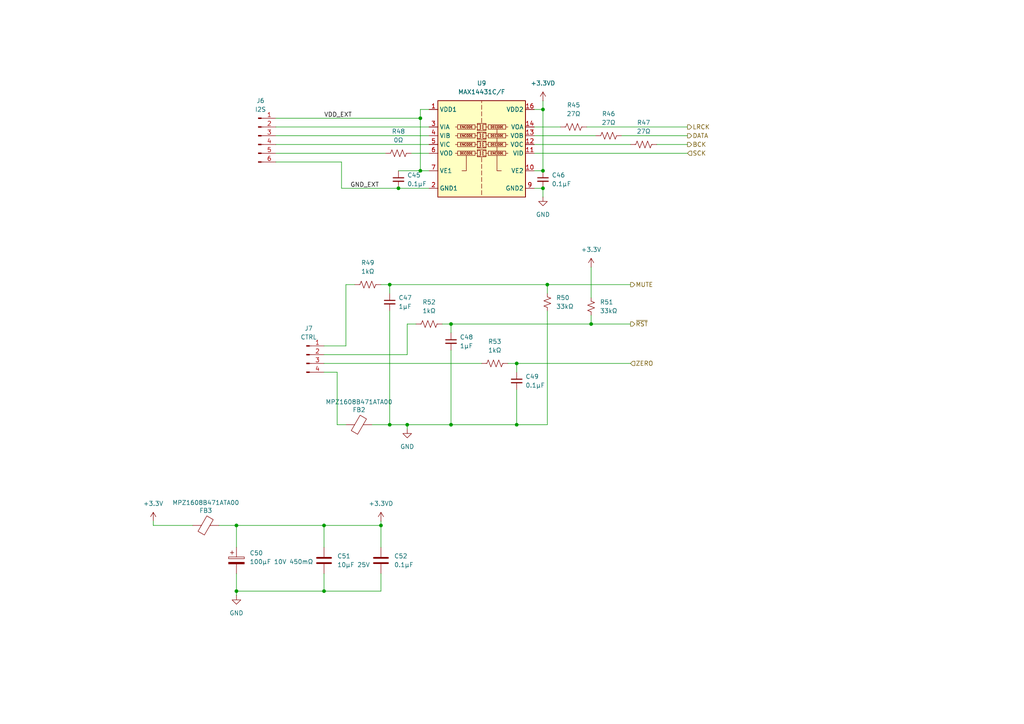
<source format=kicad_sch>
(kicad_sch (version 20231120) (generator "eeschema") (generator_version "8.0")
  (paper "A4")
  (lib_symbols
    (symbol "BW_Active:MAX14431B/C/E/F"
      (property "Reference" "U" (at 0 19.05 0))
      (property "Value" "MAX14431B/C/E/F" (at 0 16.51 0))
      (symbol "MAX14431B/C/E/F_0_0"
        (rectangle (start -1.905 0.635) (end -6.985 -0.635))
        (rectangle (start -1.27 1.016) (end 1.27 -1.016))
        (rectangle (start -1.27 3.556) (end 1.27 1.524))
        (rectangle (start -1.27 6.096) (end 1.27 4.064))
        (rectangle (start -1.27 8.636) (end 1.27 6.604))
        (arc (start -0.508 -0.762) (mid -0.2551 -0.508) (end -0.508 -0.254))
        (arc (start -0.508 -0.254) (mid -0.2551 0) (end -0.508 0.254))
        (arc (start -0.508 0.254) (mid -0.2551 0.508) (end -0.508 0.762))
        (arc (start -0.508 1.778) (mid -0.2551 2.032) (end -0.508 2.286))
        (arc (start -0.508 2.286) (mid -0.2551 2.54) (end -0.508 2.794))
        (arc (start -0.508 2.794) (mid -0.2551 3.048) (end -0.508 3.302))
        (arc (start -0.508 4.318) (mid -0.2551 4.572) (end -0.508 4.826))
        (arc (start -0.508 4.826) (mid -0.2551 5.08) (end -0.508 5.334))
        (arc (start -0.508 5.334) (mid -0.2551 5.588) (end -0.508 5.842))
        (arc (start -0.508 6.858) (mid -0.2551 7.112) (end -0.508 7.366))
        (arc (start -0.508 7.366) (mid -0.2551 7.62) (end -0.508 7.874))
        (arc (start -0.508 7.874) (mid -0.2551 8.128) (end -0.508 8.382))
        (polyline (pts (xy -6.985 0) (xy -7.62 0)))
        (polyline (pts (xy -6.985 2.54) (xy -7.62 2.54)))
        (polyline (pts (xy -6.985 5.08) (xy -7.62 5.08)))
        (polyline (pts (xy -6.985 7.62) (xy -7.62 7.62)))
        (polyline (pts (xy -4.445 -1.27) (xy -4.445 -0.635)))
        (polyline (pts (xy -1.905 0) (xy -1.27 0)))
        (polyline (pts (xy -1.905 2.54) (xy -1.27 2.54)))
        (polyline (pts (xy -1.905 5.08) (xy -1.27 5.08)))
        (polyline (pts (xy -1.905 7.62) (xy -1.27 7.62)))
        (polyline (pts (xy -1.27 -0.762) (xy -0.508 -0.762)))
        (polyline (pts (xy -1.27 0.762) (xy -0.508 0.762)))
        (polyline (pts (xy -1.27 1.778) (xy -0.508 1.778)))
        (polyline (pts (xy -1.27 3.302) (xy -0.508 3.302)))
        (polyline (pts (xy -1.27 4.318) (xy -0.508 4.318)))
        (polyline (pts (xy -1.27 5.842) (xy -0.508 5.842)))
        (polyline (pts (xy -1.27 6.858) (xy -0.508 6.858)))
        (polyline (pts (xy -1.27 8.382) (xy -0.508 8.382)))
        (polyline (pts (xy 0 -10.795) (xy 0 -12.065)))
        (polyline (pts (xy 0 -8.89) (xy 0 -10.16)))
        (polyline (pts (xy 0 -6.985) (xy 0 -8.255)))
        (polyline (pts (xy 0 -5.08) (xy 0 -6.35)))
        (polyline (pts (xy 0 -3.175) (xy 0 -4.445)))
        (polyline (pts (xy 0 -1.27) (xy 0 -2.54)))
        (polyline (pts (xy 0 8.89) (xy 0 10.16)))
        (polyline (pts (xy 0 10.795) (xy 0 12.065)))
        (polyline (pts (xy 0 12.7) (xy 0 13.97)))
        (polyline (pts (xy 0 15.24) (xy 0 14.605)))
        (polyline (pts (xy 1.27 -0.762) (xy 0.508 -0.762)))
        (polyline (pts (xy 1.27 0.762) (xy 0.508 0.762)))
        (polyline (pts (xy 1.27 1.778) (xy 0.508 1.778)))
        (polyline (pts (xy 1.27 3.302) (xy 0.508 3.302)))
        (polyline (pts (xy 1.27 4.318) (xy 0.508 4.318)))
        (polyline (pts (xy 1.27 5.842) (xy 0.508 5.842)))
        (polyline (pts (xy 1.27 6.858) (xy 0.508 6.858)))
        (polyline (pts (xy 1.27 8.382) (xy 0.508 8.382)))
        (polyline (pts (xy 1.905 0) (xy 1.27 0)))
        (polyline (pts (xy 1.905 2.54) (xy 1.27 2.54)))
        (polyline (pts (xy 1.905 5.08) (xy 1.27 5.08)))
        (polyline (pts (xy 1.905 7.62) (xy 1.27 7.62)))
        (polyline (pts (xy 4.445 0.635) (xy 4.445 1.905)))
        (polyline (pts (xy 4.445 3.175) (xy 4.445 4.445)))
        (polyline (pts (xy 4.445 5.715) (xy 4.445 6.985)))
        (polyline (pts (xy 6.985 0) (xy 7.62 0)))
        (polyline (pts (xy 6.985 2.54) (xy 7.62 2.54)))
        (polyline (pts (xy 6.985 5.08) (xy 7.62 5.08)))
        (polyline (pts (xy 6.985 7.62) (xy 7.62 7.62)))
        (polyline (pts (xy -4.445 -1.27) (xy -4.445 -5.08) (xy -5.715 -5.08)))
        (polyline (pts (xy 5.715 -5.08) (xy 4.445 -5.08) (xy 4.445 -0.635)))
        (arc (start 0.508 -0.254) (mid 0.2551 -0.508) (end 0.508 -0.762))
        (arc (start 0.508 0.254) (mid 0.2551 0) (end 0.508 -0.254))
        (arc (start 0.508 0.762) (mid 0.2551 0.508) (end 0.508 0.254))
        (arc (start 0.508 2.286) (mid 0.2551 2.032) (end 0.508 1.778))
        (arc (start 0.508 2.794) (mid 0.2551 2.54) (end 0.508 2.286))
        (arc (start 0.508 3.302) (mid 0.2551 3.048) (end 0.508 2.794))
        (arc (start 0.508 4.826) (mid 0.2551 4.572) (end 0.508 4.318))
        (arc (start 0.508 5.334) (mid 0.2551 5.08) (end 0.508 4.826))
        (arc (start 0.508 5.842) (mid 0.2551 5.588) (end 0.508 5.334))
        (arc (start 0.508 7.366) (mid 0.2551 7.112) (end 0.508 6.858))
        (arc (start 0.508 7.874) (mid 0.2551 7.62) (end 0.508 7.366))
        (arc (start 0.508 8.382) (mid 0.2551 8.128) (end 0.508 7.874))
        (rectangle (start 1.905 0.635) (end 6.985 -0.635))
        (rectangle (start 1.905 3.175) (end 6.985 1.905))
        (rectangle (start 1.905 5.715) (end 6.985 4.445))
        (rectangle (start 1.905 8.255) (end 6.985 6.985))
        (text "DECODE" (at -4.445 0 0) (effects (font (size 0.635 0.635))))
        (text "DECODE" (at 4.445 2.54 0) (effects (font (size 0.635 0.635))))
        (text "DECODE" (at 4.445 5.08 0) (effects (font (size 0.635 0.635))))
        (text "DECODE" (at 4.445 7.62 0) (effects (font (size 0.635 0.635))))
        (text "ENCODE" (at -4.445 2.54 0) (effects (font (size 0.635 0.635))))
        (text "ENCODE" (at -4.445 5.08 0) (effects (font (size 0.635 0.635))))
        (text "ENCODE" (at -4.445 7.62 0) (effects (font (size 0.635 0.635))))
        (text "ENCODE" (at 4.445 0 0) (effects (font (size 0.635 0.635))))
      )
      (symbol "MAX14431B/C/E/F_0_1"
        (rectangle (start -12.7 15.24) (end 12.7 -12.7) (stroke (width 0.254)) (fill (type background)))
        (rectangle (start -1.905 3.175) (end -6.985 1.905))
        (rectangle (start -1.905 5.715) (end -6.985 4.445))
        (rectangle (start -1.905 8.255) (end -6.985 6.985))
      )
      (symbol "MAX14431B/C/E/F_1_1"
        (pin power_in line (at -15.24 12.7 0) (length 2.54) (name "VDD1") (number "1"))
        (pin input line (at 15.24 -5.08 180) (length 2.54) (name "VE2") (number "10"))
        (pin input line (at 15.24 0 180) (length 2.54) (name "VID") (number "11"))
        (pin output line (at 15.24 2.54 180) (length 2.54) (name "VOC") (number "12"))
        (pin output line (at 15.24 5.08 180) (length 2.54) (name "VOB") (number "13"))
        (pin output line (at 15.24 7.62 180) (length 2.54) (name "VOA") (number "14"))
        (pin passive line (at 15.24 -10.16 180) (length 2.54) hide (name "GND2") (number "15"))
        (pin power_in line (at 15.24 12.7 180) (length 2.54) (name "VDD2") (number "16"))
        (pin power_in line (at -15.24 -10.16 0) (length 2.54) (name "GND1") (number "2"))
        (pin input line (at -15.24 7.62 0) (length 2.54) (name "VIA") (number "3"))
        (pin input line (at -15.24 5.08 0) (length 2.54) (name "VIB") (number "4"))
        (pin input line (at -15.24 2.54 0) (length 2.54) (name "VIC") (number "5"))
        (pin output line (at -15.24 0 0) (length 2.54) (name "VOD") (number "6"))
        (pin input line (at -15.24 -5.08 0) (length 2.54) (name "VE1") (number "7"))
        (pin passive line (at -15.24 -10.16 0) (length 2.54) hide (name "GND1") (number "8"))
        (pin power_in line (at 15.24 -10.16 180) (length 2.54) (name "GND2") (number "9"))
      )
    )
    (symbol "Connector:Conn_01x04_Pin" (pin_names (offset 1.016) hide)
      (property "Reference" "J" (at 0 5.08 0))
      (property "Value" "Conn_01x04_Pin" (at 0 -7.62 0))
      (symbol "Conn_01x04_Pin_1_1"
        (polyline (pts (xy 1.27 -5.08) (xy 0.8636 -5.08)) (stroke (width 0.1524)))
        (polyline (pts (xy 1.27 -2.54) (xy 0.8636 -2.54)) (stroke (width 0.1524)))
        (polyline (pts (xy 1.27 0) (xy 0.8636 0)) (stroke (width 0.1524)))
        (polyline (pts (xy 1.27 2.54) (xy 0.8636 2.54)) (stroke (width 0.1524)))
        (rectangle (start 0.8636 -4.953) (end 0 -5.207) (stroke (width 0.1524)) (fill (type outline)))
        (rectangle (start 0.8636 -2.413) (end 0 -2.667) (stroke (width 0.1524)) (fill (type outline)))
        (rectangle (start 0.8636 0.127) (end 0 -0.127) (stroke (width 0.1524)) (fill (type outline)))
        (rectangle (start 0.8636 2.667) (end 0 2.413) (stroke (width 0.1524)) (fill (type outline)))
        (pin passive line (at 5.08 2.54 180) (length 3.81) (name "Pin_1") (number "1"))
        (pin passive line (at 5.08 0 180) (length 3.81) (name "Pin_2") (number "2"))
        (pin passive line (at 5.08 -2.54 180) (length 3.81) (name "Pin_3") (number "3"))
        (pin passive line (at 5.08 -5.08 180) (length 3.81) (name "Pin_4") (number "4"))
      )
    )
    (symbol "Connector:Conn_01x06_Pin" (pin_names (offset 1.016) hide)
      (property "Reference" "J" (at 0 7.62 0))
      (property "Value" "Conn_01x06_Pin" (at 0 -10.16 0))
      (symbol "Conn_01x06_Pin_1_1"
        (polyline (pts (xy 1.27 -7.62) (xy 0.8636 -7.62)) (stroke (width 0.1524)))
        (polyline (pts (xy 1.27 -5.08) (xy 0.8636 -5.08)) (stroke (width 0.1524)))
        (polyline (pts (xy 1.27 -2.54) (xy 0.8636 -2.54)) (stroke (width 0.1524)))
        (polyline (pts (xy 1.27 0) (xy 0.8636 0)) (stroke (width 0.1524)))
        (polyline (pts (xy 1.27 2.54) (xy 0.8636 2.54)) (stroke (width 0.1524)))
        (polyline (pts (xy 1.27 5.08) (xy 0.8636 5.08)) (stroke (width 0.1524)))
        (rectangle (start 0.8636 -7.493) (end 0 -7.747) (stroke (width 0.1524)) (fill (type outline)))
        (rectangle (start 0.8636 -4.953) (end 0 -5.207) (stroke (width 0.1524)) (fill (type outline)))
        (rectangle (start 0.8636 -2.413) (end 0 -2.667) (stroke (width 0.1524)) (fill (type outline)))
        (rectangle (start 0.8636 0.127) (end 0 -0.127) (stroke (width 0.1524)) (fill (type outline)))
        (rectangle (start 0.8636 2.667) (end 0 2.413) (stroke (width 0.1524)) (fill (type outline)))
        (rectangle (start 0.8636 5.207) (end 0 4.953) (stroke (width 0.1524)) (fill (type outline)))
        (pin passive line (at 5.08 5.08 180) (length 3.81) (name "Pin_1") (number "1"))
        (pin passive line (at 5.08 2.54 180) (length 3.81) (name "Pin_2") (number "2"))
        (pin passive line (at 5.08 0 180) (length 3.81) (name "Pin_3") (number "3"))
        (pin passive line (at 5.08 -2.54 180) (length 3.81) (name "Pin_4") (number "4"))
        (pin passive line (at 5.08 -5.08 180) (length 3.81) (name "Pin_5") (number "5"))
        (pin passive line (at 5.08 -7.62 180) (length 3.81) (name "Pin_6") (number "6"))
      )
    )
    (symbol "Device:C" (pin_numbers hide) (pin_names (offset 0.254))
      (property "Reference" "C" (at 0.635 2.54 0))
      (property "Value" "C" (at 0.635 -2.54 0))
      (symbol "C_0_1"
        (polyline (pts (xy -2.032 -0.762) (xy 2.032 -0.762)) (stroke (width 0.508)))
        (polyline (pts (xy -2.032 0.762) (xy 2.032 0.762)) (stroke (width 0.508)))
      )
      (symbol "C_1_1"
        (pin passive line (at 0 3.81 270) (length 2.794) (name "~") (number "1"))
        (pin passive line (at 0 -3.81 90) (length 2.794) (name "~") (number "2"))
      )
    )
    (symbol "Device:C_Polarized" (pin_numbers hide) (pin_names (offset 0.254))
      (property "Reference" "C" (at 0.635 2.54 0))
      (property "Value" "C_Polarized" (at 0.635 -2.54 0))
      (symbol "C_Polarized_0_1"
        (rectangle (start -2.286 0.508) (end 2.286 1.016))
        (polyline (pts (xy -1.778 2.286) (xy -0.762 2.286)))
        (polyline (pts (xy -1.27 2.794) (xy -1.27 1.778)))
        (rectangle (start 2.286 -0.508) (end -2.286 -1.016) (fill (type outline)))
      )
      (symbol "C_Polarized_1_1"
        (pin passive line (at 0 3.81 270) (length 2.794) (name "~") (number "1"))
        (pin passive line (at 0 -3.81 90) (length 2.794) (name "~") (number "2"))
      )
    )
    (symbol "Device:C_Small" (pin_numbers hide) (pin_names (offset 0.254) hide)
      (property "Reference" "C" (at 0.254 1.778 0))
      (property "Value" "C_Small" (at 0.254 -2.032 0))
      (symbol "C_Small_0_1"
        (polyline (pts (xy -1.524 -0.508) (xy 1.524 -0.508)) (stroke (width 0.3302)))
        (polyline (pts (xy -1.524 0.508) (xy 1.524 0.508)) (stroke (width 0.3048)))
      )
      (symbol "C_Small_1_1"
        (pin passive line (at 0 2.54 270) (length 2.032) (name "~") (number "1"))
        (pin passive line (at 0 -2.54 90) (length 2.032) (name "~") (number "2"))
      )
    )
    (symbol "Device:FerriteBead" (pin_numbers hide) (pin_names (offset 0))
      (property "Reference" "FB" (at -3.81 0.635 90))
      (property "Value" "FerriteBead" (at 3.81 0 90))
      (symbol "FerriteBead_0_1"
        (polyline (pts (xy 0 -1.27) (xy 0 -1.2192)))
        (polyline (pts (xy 0 1.27) (xy 0 1.2954)))
        (polyline (pts (xy -2.7686 0.4064) (xy -1.7018 2.2606) (xy 2.7686 -0.3048) (xy 1.6764 -2.159) (xy -2.7686 0.4064)))
      )
      (symbol "FerriteBead_1_1"
        (pin passive line (at 0 3.81 270) (length 2.54) (name "~") (number "1"))
        (pin passive line (at 0 -3.81 90) (length 2.54) (name "~") (number "2"))
      )
    )
    (symbol "Device:R_Small_US" (pin_numbers hide) (pin_names (offset 0.254) hide)
      (property "Reference" "R" (at 0.762 0.508 0))
      (property "Value" "R_Small_US" (at 0.762 -1.016 0))
      (symbol "R_Small_US_1_1"
        (polyline (pts (xy 0 0) (xy 1.016 -0.381) (xy 0 -0.762) (xy -1.016 -1.143) (xy 0 -1.524)))
        (polyline (pts (xy 0 1.524) (xy 1.016 1.143) (xy 0 0.762) (xy -1.016 0.381) (xy 0 0)))
        (pin passive line (at 0 2.54 270) (length 1.016) (name "~") (number "1"))
        (pin passive line (at 0 -2.54 90) (length 1.016) (name "~") (number "2"))
      )
    )
    (symbol "Device:R_US" (pin_numbers hide) (pin_names (offset 0))
      (property "Reference" "R" (at 2.54 0 90))
      (property "Value" "R_US" (at -2.54 0 90))
      (symbol "R_US_0_1"
        (polyline (pts (xy 0 -2.286) (xy 0 -2.54)))
        (polyline (pts (xy 0 2.286) (xy 0 2.54)))
        (polyline (pts (xy 0 -0.762) (xy 1.016 -1.143) (xy 0 -1.524) (xy -1.016 -1.905) (xy 0 -2.286)))
        (polyline (pts (xy 0 0.762) (xy 1.016 0.381) (xy 0 0) (xy -1.016 -0.381) (xy 0 -0.762)))
        (polyline (pts (xy 0 2.286) (xy 1.016 1.905) (xy 0 1.524) (xy -1.016 1.143) (xy 0 0.762)))
      )
      (symbol "R_US_1_1"
        (pin passive line (at 0 3.81 270) (length 1.27) (name "~") (number "1"))
        (pin passive line (at 0 -3.81 90) (length 1.27) (name "~") (number "2"))
      )
    )
    (symbol "power:+3.3V" (power) (pin_numbers hide) (pin_names (offset 0) hide)
      (property "Value" "+3.3V" (at 0 3.556 0))
      (symbol "+3.3V_0_1"
        (polyline (pts (xy -0.762 1.27) (xy 0 2.54)))
        (polyline (pts (xy 0 0) (xy 0 2.54)))
        (polyline (pts (xy 0 2.54) (xy 0.762 1.27)))
      )
      (symbol "+3.3V_1_1"
        (pin power_in line (at 0 0 90) (length 0) (name "~") (number "1"))
      )
    )
    (symbol "power:GND" (power) (pin_numbers hide) (pin_names (offset 0) hide)
      (property "Value" "GND" (at 0 -3.81 0))
      (symbol "GND_0_1"
        (polyline (pts (xy 0 0) (xy 0 -1.27) (xy 1.27 -1.27) (xy 0 -2.54) (xy -1.27 -1.27) (xy 0 -1.27)))
      )
      (symbol "GND_1_1"
        (pin power_in line (at 0 0 270) (length 0) (name "~") (number "1"))
      )
    )
  )
  (junction (at 157.48 31.75))
  (junction (at 118.11 123.19))
  (junction (at 93.98 171.45))
  (junction (at 113.03 82.55))
  (junction (at 93.98 152.4))
  (junction (at 110.49 152.4))
  (junction (at 158.75 82.55))
  (junction (at 157.48 49.53))
  (junction (at 130.81 123.19))
  (junction (at 68.58 171.45))
  (junction (at 121.92 49.53))
  (junction (at 115.57 54.61))
  (junction (at 121.92 34.29))
  (junction (at 171.45 93.98))
  (junction (at 149.86 105.41))
  (junction (at 157.48 54.61))
  (junction (at 149.86 123.19))
  (junction (at 68.58 152.4))
  (junction (at 130.81 93.98))
  (junction (at 113.03 123.19))
  (wire (pts (xy 110.49 158.75) (xy 110.49 152.4)))
  (wire (pts (xy 68.58 152.4) (xy 68.58 158.75)))
  (wire (pts (xy 154.94 36.83) (xy 162.56 36.83)))
  (wire (pts (xy 80.01 46.99) (xy 99.06 46.99)))
  (wire (pts (xy 80.01 41.91) (xy 124.46 41.91)))
  (wire (pts (xy 99.06 54.61) (xy 115.57 54.61)))
  (wire (pts (xy 68.58 171.45) (xy 68.58 172.72)))
  (wire (pts (xy 157.48 31.75) (xy 154.94 31.75)))
  (wire (pts (xy 113.03 82.55) (xy 158.75 82.55)))
  (wire (pts (xy 80.01 34.29) (xy 121.92 34.29)))
  (wire (pts (xy 118.11 123.19) (xy 113.03 123.19)))
  (wire (pts (xy 80.01 36.83) (xy 124.46 36.83)))
  (wire (pts (xy 158.75 90.17) (xy 158.75 123.19)))
  (wire (pts (xy 124.46 31.75) (xy 121.92 31.75)))
  (wire (pts (xy 110.49 151.13) (xy 110.49 152.4)))
  (wire (pts (xy 93.98 152.4) (xy 93.98 158.75)))
  (wire (pts (xy 99.06 46.99) (xy 99.06 54.61)))
  (wire (pts (xy 190.5 41.91) (xy 199.39 41.91)))
  (wire (pts (xy 113.03 123.19) (xy 107.95 123.19)))
  (wire (pts (xy 93.98 102.87) (xy 118.11 102.87)))
  (wire (pts (xy 44.45 152.4) (xy 55.88 152.4)))
  (wire (pts (xy 118.11 102.87) (xy 118.11 93.98)))
  (wire (pts (xy 149.86 113.03) (xy 149.86 123.19)))
  (wire (pts (xy 130.81 93.98) (xy 171.45 93.98)))
  (wire (pts (xy 158.75 82.55) (xy 158.75 85.09)))
  (wire (pts (xy 118.11 124.46) (xy 118.11 123.19)))
  (wire (pts (xy 154.94 39.37) (xy 172.72 39.37)))
  (wire (pts (xy 110.49 82.55) (xy 113.03 82.55)))
  (wire (pts (xy 157.48 29.21) (xy 157.48 31.75)))
  (wire (pts (xy 100.33 82.55) (xy 100.33 100.33)))
  (wire (pts (xy 149.86 105.41) (xy 149.86 107.95)))
  (wire (pts (xy 118.11 93.98) (xy 120.65 93.98)))
  (wire (pts (xy 68.58 171.45) (xy 93.98 171.45)))
  (wire (pts (xy 97.79 123.19) (xy 97.79 107.95)))
  (wire (pts (xy 147.32 105.41) (xy 149.86 105.41)))
  (wire (pts (xy 119.38 44.45) (xy 124.46 44.45)))
  (wire (pts (xy 93.98 152.4) (xy 110.49 152.4)))
  (wire (pts (xy 113.03 82.55) (xy 113.03 85.09)))
  (wire (pts (xy 130.81 101.6) (xy 130.81 123.19)))
  (wire (pts (xy 157.48 54.61) (xy 157.48 57.15)))
  (wire (pts (xy 121.92 31.75) (xy 121.92 34.29)))
  (wire (pts (xy 68.58 166.37) (xy 68.58 171.45)))
  (wire (pts (xy 158.75 82.55) (xy 182.88 82.55)))
  (wire (pts (xy 100.33 100.33) (xy 93.98 100.33)))
  (wire (pts (xy 154.94 49.53) (xy 157.48 49.53)))
  (wire (pts (xy 128.27 93.98) (xy 130.81 93.98)))
  (wire (pts (xy 121.92 34.29) (xy 121.92 49.53)))
  (wire (pts (xy 171.45 93.98) (xy 182.88 93.98)))
  (wire (pts (xy 149.86 105.41) (xy 182.88 105.41)))
  (wire (pts (xy 100.33 123.19) (xy 97.79 123.19)))
  (wire (pts (xy 44.45 152.4) (xy 44.45 151.13)))
  (wire (pts (xy 68.58 152.4) (xy 93.98 152.4)))
  (wire (pts (xy 110.49 166.37) (xy 110.49 171.45)))
  (wire (pts (xy 158.75 123.19) (xy 149.86 123.19)))
  (wire (pts (xy 180.34 39.37) (xy 199.39 39.37)))
  (wire (pts (xy 113.03 90.17) (xy 113.03 123.19)))
  (wire (pts (xy 63.5 152.4) (xy 68.58 152.4)))
  (wire (pts (xy 93.98 171.45) (xy 110.49 171.45)))
  (wire (pts (xy 97.79 107.95) (xy 93.98 107.95)))
  (wire (pts (xy 157.48 49.53) (xy 157.48 31.75)))
  (wire (pts (xy 171.45 91.44) (xy 171.45 93.98)))
  (wire (pts (xy 149.86 123.19) (xy 130.81 123.19)))
  (wire (pts (xy 102.87 82.55) (xy 100.33 82.55)))
  (wire (pts (xy 130.81 123.19) (xy 118.11 123.19)))
  (wire (pts (xy 115.57 54.61) (xy 124.46 54.61)))
  (wire (pts (xy 170.18 36.83) (xy 199.39 36.83)))
  (wire (pts (xy 80.01 44.45) (xy 111.76 44.45)))
  (wire (pts (xy 171.45 77.47) (xy 171.45 86.36)))
  (wire (pts (xy 130.81 93.98) (xy 130.81 96.52)))
  (wire (pts (xy 80.01 39.37) (xy 124.46 39.37)))
  (wire (pts (xy 154.94 41.91) (xy 182.88 41.91)))
  (wire (pts (xy 121.92 49.53) (xy 124.46 49.53)))
  (wire (pts (xy 93.98 166.37) (xy 93.98 171.45)))
  (wire (pts (xy 154.94 54.61) (xy 157.48 54.61)))
  (wire (pts (xy 93.98 105.41) (xy 139.7 105.41)))
  (wire (pts (xy 154.94 44.45) (xy 199.39 44.45)))
  (wire (pts (xy 115.57 49.53) (xy 121.92 49.53)))
  (label "GND_EXT" (at 101.6 54.61 0))
  (label "VDD_EXT" (at 93.98 34.29 0))
  (hierarchical_label "LRCK" (shape output) (at 199.39 36.83 0))
  (hierarchical_label "ZERO" (shape input) (at 182.88 105.41 0))
  (hierarchical_label "~{RST}" (shape output) (at 182.88 93.98 0))
  (hierarchical_label "MUTE" (shape output) (at 182.88 82.55 0))
  (hierarchical_label "DATA" (shape output) (at 199.39 39.37 0))
  (hierarchical_label "SCK" (shape input) (at 199.39 44.45 0))
  (hierarchical_label "BCK" (shape output) (at 199.39 41.91 0))
  (symbol (lib_id "Device:C_Small") (at 149.86 110.49 0) (unit 1)
    (property "Reference" "C49" (at 152.4 109.2262 0) (effects (justify left)))
    (property "Value" "0.1µF" (at 152.4 111.7662 0) (effects (justify left)))
    (property "Footprint" "Capacitor_SMD:C_0603_1608Metric" (effects (hide yes)))
    (property "Description" "Unpolarized capacitor, small symbol" (effects (hide yes)))
  )
  (symbol (lib_id "power:+3.3V") (at 110.49 151.13 0) (unit 1)
    (property "Reference" "#PWR051" (effects (hide yes)))
    (property "Value" "+3.3VD" (at 110.49 146.05 0))
    (property "Description" "Power symbol creates a global label with name \"+3.3V\"" (effects (hide yes)))
  )
  (symbol (lib_id "power:GND") (at 118.11 124.46 0) (unit 1)
    (property "Reference" "#PWR049" (effects (hide yes)))
    (property "Value" "GND" (at 118.11 129.54 0))
    (property "Description" "Power symbol creates a global label with name \"GND\" , ground" (effects (hide yes)))
  )
  (symbol (lib_id "Device:R_US") (at 166.37 36.83 90) (unit 1)
    (property "Reference" "R45" (at 166.37 30.48 90))
    (property "Value" "27Ω" (at 166.37 33.02 90))
    (property "Footprint" "Resistor_SMD:R_0603_1608Metric" (effects (hide yes)))
    (property "Description" "Resistor, US symbol" (effects (hide yes)))
  )
  (symbol (lib_id "Device:C_Small") (at 113.03 87.63 0) (unit 1)
    (property "Reference" "C47" (at 115.57 86.3662 0) (effects (justify left)))
    (property "Value" "1µF" (at 115.57 88.9062 0) (effects (justify left)))
    (property "Footprint" "Capacitor_SMD:C_0603_1608Metric" (effects (hide yes)))
    (property "Description" "Unpolarized capacitor, small symbol" (effects (hide yes)))
  )
  (symbol (lib_id "BW_Active:MAX14431B/C/E/F") (at 139.7 44.45 0) (unit 1)
    (property "Reference" "U9" (at 139.7 24.13 0))
    (property "Value" "MAX14431C/F" (at 139.7 26.67 0))
    (property "Footprint" "Package_SO:QSOP-16_3.9x4.9mm_P0.635mm" (effects (hide yes)))
    (property "Datasheet" "https://www.analog.com/media/en/technical-documentation/data-sheets/MAX14430-MAX14432.pdf" (effects (hide yes)))
    (property "Description" "3+1 Channel Digital Isolator, 25/200Mbps, SOIC-16 or QSOP-16" (effects (hide yes)))
  )
  (symbol (lib_id "power:+3.3V") (at 171.45 77.47 0) (unit 1)
    (property "Reference" "#PWR048" (effects (hide yes)))
    (property "Value" "+3.3V" (at 171.45 72.39 0))
    (property "Description" "Power symbol creates a global label with name \"+3.3V\"" (effects (hide yes)))
  )
  (symbol (lib_id "Device:C_Polarized") (at 68.58 162.56 0) (unit 1)
    (property "Reference" "C50" (at 72.39 160.4009 0) (effects (justify left)))
    (property "Value" "100µF 10V 450mΩ" (at 72.39 162.9409 0) (effects (justify left)))
    (property "Footprint" "Capacitor_SMD:CP_Elec_6.3x7.7" (effects (hide yes)))
    (property "Description" "Polarized capacitor" (effects (hide yes)))
  )
  (symbol (lib_id "Device:R_US") (at 143.51 105.41 90) (unit 1)
    (property "Reference" "R53" (at 143.51 99.06 90))
    (property "Value" "1kΩ" (at 143.51 101.6 90))
    (property "Footprint" "Resistor_SMD:R_0603_1608Metric" (effects (hide yes)))
    (property "Description" "Resistor, US symbol" (effects (hide yes)))
  )
  (symbol (lib_id "Device:FerriteBead") (at 104.14 123.19 90) (unit 1)
    (property "Reference" "FB2" (at 104.14 118.872 90))
    (property "Value" "MPZ1608B471ATA00" (at 104.14 116.586 90))
    (property "Footprint" "Inductor_SMD:L_0603_1608Metric" (effects (hide yes)))
    (property "Description" "Ferrite bead" (effects (hide yes)))
  )
  (symbol (lib_id "power:+3.3V") (at 44.45 151.13 0) (unit 1)
    (property "Reference" "#PWR050" (effects (hide yes)))
    (property "Value" "+3.3V" (at 44.45 146.05 0))
    (property "Description" "Power symbol creates a global label with name \"+3.3V\"" (effects (hide yes)))
  )
  (symbol (lib_id "power:+3.3V") (at 157.48 29.21 0) (unit 1)
    (property "Reference" "#PWR046" (effects (hide yes)))
    (property "Value" "+3.3VD" (at 157.48 24.13 0))
    (property "Description" "Power symbol creates a global label with name \"+3.3V\"" (effects (hide yes)))
  )
  (symbol (lib_id "Connector:Conn_01x06_Pin") (at 74.93 39.37 0) (unit 1)
    (property "Reference" "J6" (at 75.565 29.21 0))
    (property "Value" "I2S" (at 75.565 31.75 0))
    (property "Footprint" "BW_Connectors:Amphenol_MINITEK_0.8_6P_V" (effects (hide yes)))
    (property "Description" "Generic connector, single row, 01x06, script generated" (effects (hide yes)))
  )
  (symbol (lib_id "power:GND") (at 68.58 172.72 0) (unit 1)
    (property "Reference" "#PWR052" (effects (hide yes)))
    (property "Value" "GND" (at 68.58 177.8 0))
    (property "Description" "Power symbol creates a global label with name \"GND\" , ground" (effects (hide yes)))
  )
  (symbol (lib_id "Connector:Conn_01x04_Pin") (at 88.9 102.87 0) (unit 1)
    (property "Reference" "J7" (at 89.535 95.25 0))
    (property "Value" "CTRL" (at 89.535 97.79 0))
    (property "Footprint" "BW_Connectors:Amphenol_MINITEK_0.8_4P_V" (effects (hide yes)))
    (property "Description" "Generic connector, single row, 01x04, script generated" (effects (hide yes)))
  )
  (symbol (lib_id "Device:R_Small_US") (at 158.75 87.63 0) (unit 1)
    (property "Reference" "R50" (at 161.29 86.3599 0) (effects (justify left)))
    (property "Value" "33kΩ" (at 161.29 88.8999 0) (effects (justify left)))
    (property "Footprint" "Resistor_SMD:R_0603_1608Metric" (effects (hide yes)))
    (property "Description" "Resistor, small US symbol" (effects (hide yes)))
  )
  (symbol (lib_id "Device:R_US") (at 124.46 93.98 90) (unit 1)
    (property "Reference" "R52" (at 124.46 87.63 90))
    (property "Value" "1kΩ" (at 124.46 90.17 90))
    (property "Footprint" "Resistor_SMD:R_0603_1608Metric" (effects (hide yes)))
    (property "Description" "Resistor, US symbol" (effects (hide yes)))
  )
  (symbol (lib_id "power:GND") (at 157.48 57.15 0) (unit 1)
    (property "Reference" "#PWR047" (effects (hide yes)))
    (property "Value" "GND" (at 157.48 62.23 0))
    (property "Description" "Power symbol creates a global label with name \"GND\" , ground" (effects (hide yes)))
  )
  (symbol (lib_id "Device:R_US") (at 106.68 82.55 90) (unit 1)
    (property "Reference" "R49" (at 106.68 76.2 90))
    (property "Value" "1kΩ" (at 106.68 78.74 90))
    (property "Footprint" "Resistor_SMD:R_0603_1608Metric" (effects (hide yes)))
    (property "Description" "Resistor, US symbol" (effects (hide yes)))
  )
  (symbol (lib_id "Device:C") (at 93.98 162.56 0) (unit 1)
    (property "Reference" "C51" (at 97.79 161.2899 0) (effects (justify left)))
    (property "Value" "10µF 25V" (at 97.79 163.8299 0) (effects (justify left)))
    (property "Footprint" "Capacitor_SMD:C_0805_2012Metric" (effects (hide yes)))
    (property "Description" "Unpolarized capacitor" (effects (hide yes)))
  )
  (symbol (lib_id "Device:C_Small") (at 130.81 99.06 0) (unit 1)
    (property "Reference" "C48" (at 133.35 97.7962 0) (effects (justify left)))
    (property "Value" "1µF" (at 133.35 100.3362 0) (effects (justify left)))
    (property "Footprint" "Capacitor_SMD:C_0603_1608Metric" (effects (hide yes)))
    (property "Description" "Unpolarized capacitor, small symbol" (effects (hide yes)))
  )
  (symbol (lib_id "Device:R_US") (at 186.69 41.91 90) (unit 1)
    (property "Reference" "R47" (at 186.69 35.56 90))
    (property "Value" "27Ω" (at 186.69 38.1 90))
    (property "Footprint" "Resistor_SMD:R_0603_1608Metric" (effects (hide yes)))
    (property "Description" "Resistor, US symbol" (effects (hide yes)))
  )
  (symbol (lib_id "Device:R_Small_US") (at 171.45 88.9 0) (unit 1)
    (property "Reference" "R51" (at 173.99 87.6299 0) (effects (justify left)))
    (property "Value" "33kΩ" (at 173.99 90.1699 0) (effects (justify left)))
    (property "Footprint" "Resistor_SMD:R_0603_1608Metric" (effects (hide yes)))
    (property "Description" "Resistor, small US symbol" (effects (hide yes)))
  )
  (symbol (lib_id "Device:FerriteBead") (at 59.69 152.4 90) (unit 1)
    (property "Reference" "FB3" (at 59.69 148.082 90))
    (property "Value" "MPZ1608B471ATA00" (at 59.69 145.796 90))
    (property "Footprint" "Inductor_SMD:L_0603_1608Metric" (effects (hide yes)))
    (property "Description" "Ferrite bead" (effects (hide yes)))
  )
  (symbol (lib_id "Device:C_Small") (at 115.57 52.07 0) (unit 1)
    (property "Reference" "C45" (at 118.11 50.8062 0) (effects (justify left)))
    (property "Value" "0.1µF" (at 118.11 53.3462 0) (effects (justify left)))
    (property "Footprint" "Capacitor_SMD:C_0603_1608Metric" (effects (hide yes)))
    (property "Description" "Unpolarized capacitor, small symbol" (effects (hide yes)))
  )
  (symbol (lib_id "Device:R_US") (at 115.57 44.45 90) (unit 1)
    (property "Reference" "R48" (at 115.57 38.1 90))
    (property "Value" "0Ω" (at 115.57 40.64 90))
    (property "Footprint" "Resistor_SMD:R_0603_1608Metric" (effects (hide yes)))
    (property "Description" "Resistor, US symbol" (effects (hide yes)))
  )
  (symbol (lib_id "Device:C") (at 110.49 162.56 0) (unit 1)
    (property "Reference" "C52" (at 114.3 161.2899 0) (effects (justify left)))
    (property "Value" "0.1µF" (at 114.3 163.8299 0) (effects (justify left)))
    (property "Footprint" "Capacitor_SMD:C_0603_1608Metric" (effects (hide yes)))
    (property "Description" "Unpolarized capacitor" (effects (hide yes)))
  )
  (symbol (lib_id "Device:C_Small") (at 157.48 52.07 0) (unit 1)
    (property "Reference" "C46" (at 160.02 50.8062 0) (effects (justify left)))
    (property "Value" "0.1µF" (at 160.02 53.3462 0) (effects (justify left)))
    (property "Footprint" "Capacitor_SMD:C_0603_1608Metric" (effects (hide yes)))
    (property "Description" "Unpolarized capacitor, small symbol" (effects (hide yes)))
  )
  (symbol (lib_id "Device:R_US") (at 176.53 39.37 90) (unit 1)
    (property "Reference" "R46" (at 176.53 33.02 90))
    (property "Value" "27Ω" (at 176.53 35.56 90))
    (property "Footprint" "Resistor_SMD:R_0603_1608Metric" (effects (hide yes)))
    (property "Description" "Resistor, US symbol" (effects (hide yes)))
  )
)
</source>
